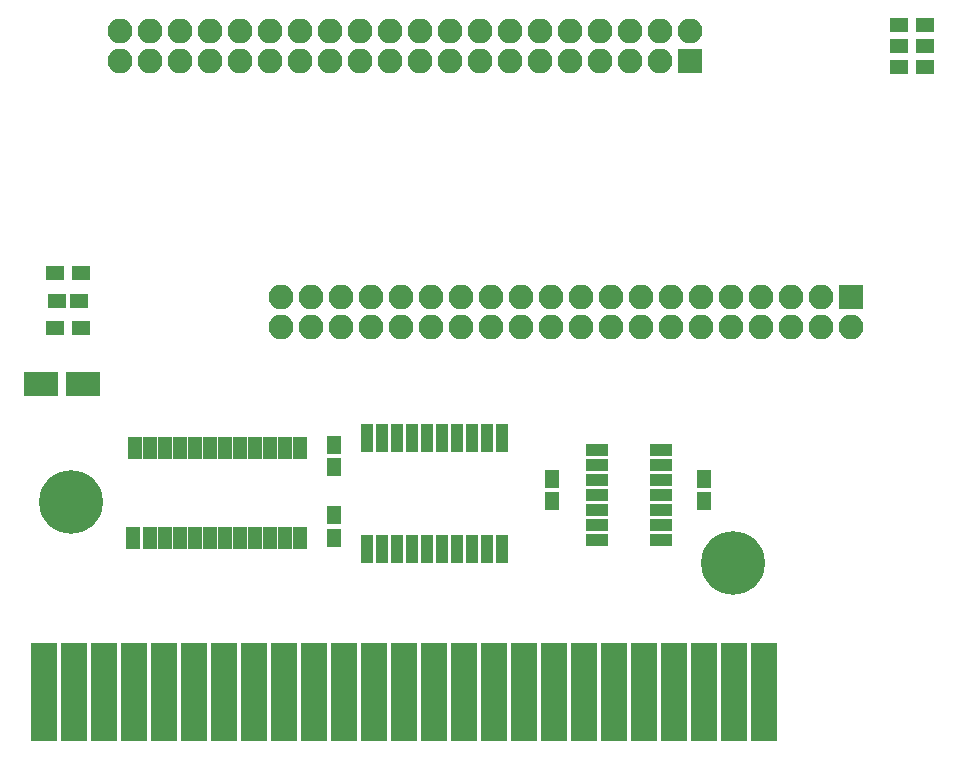
<source format=gbr>
G04 #@! TF.FileFunction,Soldermask,Bot*
%FSLAX46Y46*%
G04 Gerber Fmt 4.6, Leading zero omitted, Abs format (unit mm)*
G04 Created by KiCad (PCBNEW 4.0.7) date 05/03/18 11:39:09*
%MOMM*%
%LPD*%
G01*
G04 APERTURE LIST*
%ADD10C,0.100000*%
%ADD11C,5.400000*%
%ADD12R,2.200000X8.400000*%
%ADD13R,2.100000X2.100000*%
%ADD14O,2.100000X2.100000*%
%ADD15R,1.600000X1.300000*%
%ADD16R,1.900000X1.000000*%
%ADD17R,1.600000X1.150000*%
%ADD18R,1.150000X1.600000*%
%ADD19R,1.162000X1.924000*%
%ADD20R,3.000000X2.000000*%
%ADD21R,1.000000X2.350000*%
G04 APERTURE END LIST*
D10*
D11*
X185333640Y-98897440D03*
D12*
X187949840Y-109827440D03*
X185409840Y-109827440D03*
X182869840Y-109827440D03*
X180329840Y-109827440D03*
X177789840Y-109827440D03*
X175249840Y-109827440D03*
X172709840Y-109827440D03*
X170169840Y-109827440D03*
X167629840Y-109827440D03*
X165089840Y-109827440D03*
X162549840Y-109827440D03*
X160009840Y-109827440D03*
X157469840Y-109827440D03*
X154929840Y-109827440D03*
X152389840Y-109827440D03*
X149849840Y-109827440D03*
X147309840Y-109827440D03*
X144769840Y-109827440D03*
X142229840Y-109827440D03*
X139689840Y-109827440D03*
X137149840Y-109827440D03*
X134609840Y-109827440D03*
X132069840Y-109827440D03*
X129529840Y-109827440D03*
X126989840Y-109827440D03*
D11*
X129334260Y-93695520D03*
D13*
X181737000Y-56388000D03*
D14*
X181737000Y-53848000D03*
X179197000Y-56388000D03*
X179197000Y-53848000D03*
X176657000Y-56388000D03*
X176657000Y-53848000D03*
X174117000Y-56388000D03*
X174117000Y-53848000D03*
X171577000Y-56388000D03*
X171577000Y-53848000D03*
X169037000Y-56388000D03*
X169037000Y-53848000D03*
X166497000Y-56388000D03*
X166497000Y-53848000D03*
X163957000Y-56388000D03*
X163957000Y-53848000D03*
X161417000Y-56388000D03*
X161417000Y-53848000D03*
X158877000Y-56388000D03*
X158877000Y-53848000D03*
X156337000Y-56388000D03*
X156337000Y-53848000D03*
X153797000Y-56388000D03*
X153797000Y-53848000D03*
X151257000Y-56388000D03*
X151257000Y-53848000D03*
X148717000Y-56388000D03*
X148717000Y-53848000D03*
X146177000Y-56388000D03*
X146177000Y-53848000D03*
X143637000Y-56388000D03*
X143637000Y-53848000D03*
X141097000Y-56388000D03*
X141097000Y-53848000D03*
X138557000Y-56388000D03*
X138557000Y-53848000D03*
X136017000Y-56388000D03*
X136017000Y-53848000D03*
X133477000Y-56388000D03*
X133477000Y-53848000D03*
D13*
X195326000Y-76327000D03*
D14*
X195326000Y-78867000D03*
X192786000Y-76327000D03*
X192786000Y-78867000D03*
X190246000Y-76327000D03*
X190246000Y-78867000D03*
X187706000Y-76327000D03*
X187706000Y-78867000D03*
X185166000Y-76327000D03*
X185166000Y-78867000D03*
X182626000Y-76327000D03*
X182626000Y-78867000D03*
X180086000Y-76327000D03*
X180086000Y-78867000D03*
X177546000Y-76327000D03*
X177546000Y-78867000D03*
X175006000Y-76327000D03*
X175006000Y-78867000D03*
X172466000Y-76327000D03*
X172466000Y-78867000D03*
X169926000Y-76327000D03*
X169926000Y-78867000D03*
X167386000Y-76327000D03*
X167386000Y-78867000D03*
X164846000Y-76327000D03*
X164846000Y-78867000D03*
X162306000Y-76327000D03*
X162306000Y-78867000D03*
X159766000Y-76327000D03*
X159766000Y-78867000D03*
X157226000Y-76327000D03*
X157226000Y-78867000D03*
X154686000Y-76327000D03*
X154686000Y-78867000D03*
X152146000Y-76327000D03*
X152146000Y-78867000D03*
X149606000Y-76327000D03*
X149606000Y-78867000D03*
X147066000Y-76327000D03*
X147066000Y-78867000D03*
D15*
X201574000Y-53340000D03*
X199374000Y-53340000D03*
D16*
X179230000Y-89281000D03*
X179230000Y-90551000D03*
X179230000Y-91821000D03*
X179230000Y-93091000D03*
X179230000Y-94361000D03*
X179230000Y-95631000D03*
X179230000Y-96901000D03*
X173830000Y-96901000D03*
X173830000Y-95631000D03*
X173830000Y-94361000D03*
X173830000Y-93091000D03*
X173830000Y-91821000D03*
X173830000Y-90551000D03*
X173830000Y-89281000D03*
D17*
X129982000Y-76708000D03*
X128082000Y-76708000D03*
D15*
X130132000Y-78994000D03*
X127932000Y-78994000D03*
D18*
X182880000Y-93660000D03*
X182880000Y-91760000D03*
X151587000Y-88864400D03*
X151587000Y-90764400D03*
X170053000Y-93660000D03*
X170053000Y-91760000D03*
D15*
X201574000Y-55118000D03*
X199374000Y-55118000D03*
X201574000Y-56896000D03*
X199374000Y-56896000D03*
X130132000Y-74295000D03*
X127932000Y-74295000D03*
D18*
X151587000Y-94858800D03*
X151587000Y-96758800D03*
D19*
X148666000Y-96774000D03*
X147396000Y-96774000D03*
X146126000Y-96774000D03*
X144856000Y-96774000D03*
X143586000Y-96774000D03*
X142316000Y-96774000D03*
X141046000Y-96774000D03*
X139776000Y-96774000D03*
X138506000Y-96774000D03*
X137236000Y-96774000D03*
X135966000Y-96774000D03*
X134569000Y-96774000D03*
X148666000Y-89154000D03*
X147396000Y-89154000D03*
X146126000Y-89154000D03*
X144856000Y-89154000D03*
X143586000Y-89154000D03*
X142316000Y-89154000D03*
X141046000Y-89154000D03*
X139776000Y-89154000D03*
X138506000Y-89154000D03*
X137236000Y-89154000D03*
X135966000Y-89154000D03*
X134696000Y-89154000D03*
D20*
X130324000Y-83693000D03*
X126724000Y-83693000D03*
D21*
X165811000Y-97715800D03*
X164541000Y-97715800D03*
X163271000Y-97715800D03*
X162001000Y-97715800D03*
X160731000Y-97715800D03*
X159461000Y-97715800D03*
X158191000Y-97715800D03*
X156921000Y-97715800D03*
X155651000Y-97715800D03*
X154381000Y-97715800D03*
X154381000Y-88315800D03*
X155651000Y-88315800D03*
X156921000Y-88315800D03*
X158191000Y-88315800D03*
X159461000Y-88315800D03*
X160731000Y-88315800D03*
X162001000Y-88315800D03*
X163271000Y-88315800D03*
X164541000Y-88315800D03*
X165811000Y-88315800D03*
M02*

</source>
